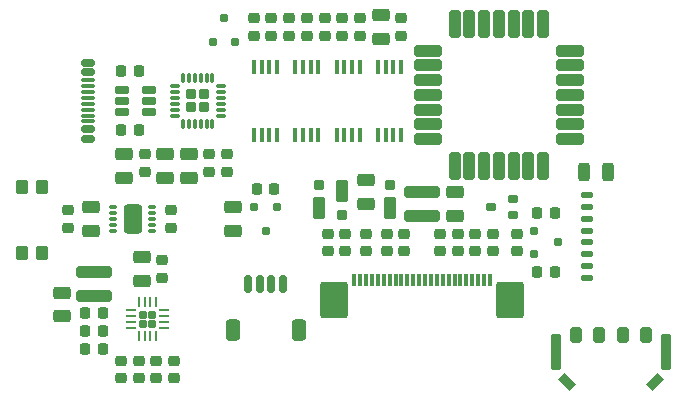
<source format=gbr>
%TF.GenerationSoftware,KiCad,Pcbnew,8.0.8+1*%
%TF.CreationDate,Date%
%TF.ProjectId,LoRa-V3-PCB,4c6f5261-2d56-4332-9d50-43422e6b6963,rev?*%
%TF.SameCoordinates,Original*%
%TF.FileFunction,Paste,Top*%
%TF.FilePolarity,Positive*%
%FSLAX46Y46*%
G04 Gerber Fmt 4.6, Leading zero omitted, Abs format (unit mm)*
G04 Created by KiCad*
%MOMM*%
%LPD*%
G01*
G04 APERTURE LIST*
G04 Aperture macros list*
%AMRoundRect*
0 Rectangle with rounded corners*
0 $1 Rounding radius*
0 $2 $3 $4 $5 $6 $7 $8 $9 X,Y pos of 4 corners*
0 Add a 4 corners polygon primitive as box body*
4,1,4,$2,$3,$4,$5,$6,$7,$8,$9,$2,$3,0*
0 Add four circle primitives for the rounded corners*
1,1,$1+$1,$2,$3*
1,1,$1+$1,$4,$5*
1,1,$1+$1,$6,$7*
1,1,$1+$1,$8,$9*
0 Add four rect primitives between the rounded corners*
20,1,$1+$1,$2,$3,$4,$5,0*
20,1,$1+$1,$4,$5,$6,$7,0*
20,1,$1+$1,$6,$7,$8,$9,0*
20,1,$1+$1,$8,$9,$2,$3,0*%
G04 Aperture macros list end*
%ADD10RoundRect,0.070000X0.105000X-0.530000X0.105000X0.530000X-0.105000X0.530000X-0.105000X-0.530000X0*%
%ADD11RoundRect,0.200000X-0.300000X0.400000X-0.300000X-0.400000X0.300000X-0.400000X0.300000X0.400000X0*%
%ADD12RoundRect,0.200000X0.550000X-0.300000X0.550000X0.300000X-0.550000X0.300000X-0.550000X-0.300000X0*%
%ADD13RoundRect,0.220000X-0.220000X-0.270000X0.220000X-0.270000X0.220000X0.270000X-0.220000X0.270000X0*%
%ADD14RoundRect,0.220000X0.220000X0.270000X-0.220000X0.270000X-0.220000X-0.270000X0.220000X-0.270000X0*%
%ADD15RoundRect,0.220000X-0.270000X0.220000X-0.270000X-0.220000X0.270000X-0.220000X0.270000X0.220000X0*%
%ADD16RoundRect,0.120000X-0.180000X-0.255000X0.180000X-0.255000X0.180000X0.255000X-0.180000X0.255000X0*%
%ADD17RoundRect,0.220000X0.270000X-0.220000X0.270000X0.220000X-0.270000X0.220000X-0.270000X-0.220000X0*%
%ADD18RoundRect,0.120000X0.180000X0.255000X-0.180000X0.255000X-0.180000X-0.255000X0.180000X-0.255000X0*%
%ADD19RoundRect,0.200000X-0.550000X0.300000X-0.550000X-0.300000X0.550000X-0.300000X0.550000X0.300000X0*%
%ADD20RoundRect,0.200000X-1.300000X0.300000X-1.300000X-0.300000X1.300000X-0.300000X1.300000X0.300000X0*%
%ADD21RoundRect,0.172500X-0.172500X-0.172500X0.172500X-0.172500X0.172500X0.172500X-0.172500X0.172500X0*%
%ADD22RoundRect,0.062500X-0.375000X-0.062500X0.375000X-0.062500X0.375000X0.062500X-0.375000X0.062500X0*%
%ADD23RoundRect,0.062500X-0.062500X-0.375000X0.062500X-0.375000X0.062500X0.375000X-0.062500X0.375000X0*%
%ADD24RoundRect,0.120000X0.480000X0.180000X-0.480000X0.180000X-0.480000X-0.180000X0.480000X-0.180000X0*%
%ADD25RoundRect,0.060000X-0.265000X0.090000X-0.265000X-0.090000X0.265000X-0.090000X0.265000X0.090000X0*%
%ADD26RoundRect,0.310000X-0.465000X0.930000X-0.465000X-0.930000X0.465000X-0.930000X0.465000X0.930000X0*%
%ADD27RoundRect,0.132000X0.298000X-0.198000X0.298000X0.198000X-0.298000X0.198000X-0.298000X-0.198000X0*%
%ADD28RoundRect,0.165000X0.385000X-0.735000X0.385000X0.735000X-0.385000X0.735000X-0.385000X-0.735000X0*%
%ADD29RoundRect,0.120000X0.280000X-0.280000X0.280000X0.280000X-0.280000X0.280000X-0.280000X-0.280000X0*%
%ADD30RoundRect,0.200000X1.300000X-0.300000X1.300000X0.300000X-1.300000X0.300000X-1.300000X-0.300000X0*%
%ADD31RoundRect,0.217500X-0.217500X-0.217500X0.217500X-0.217500X0.217500X0.217500X-0.217500X0.217500X0*%
%ADD32RoundRect,0.060000X-0.365000X-0.090000X0.365000X-0.090000X0.365000X0.090000X-0.365000X0.090000X0*%
%ADD33RoundRect,0.060000X-0.090000X-0.365000X0.090000X-0.365000X0.090000X0.365000X-0.090000X0.365000X0*%
%ADD34RoundRect,0.150000X0.350000X0.500000X-0.350000X0.500000X-0.350000X-0.500000X0.350000X-0.500000X0*%
%ADD35RoundRect,0.127500X0.297500X1.372500X-0.297500X1.372500X-0.297500X-1.372500X0.297500X-1.372500X0*%
%ADD36RoundRect,0.120000X0.608112X0.212132X0.212132X0.608112X-0.608112X-0.212132X-0.212132X-0.608112X0*%
%ADD37RoundRect,0.120000X-0.212132X0.608112X-0.608112X0.212132X0.212132X-0.608112X0.608112X-0.212132X0*%
%ADD38RoundRect,0.120000X-0.255000X0.180000X-0.255000X-0.180000X0.255000X-0.180000X0.255000X0.180000X0*%
%ADD39RoundRect,0.200000X-0.300000X-0.550000X0.300000X-0.550000X0.300000X0.550000X-0.300000X0.550000X0*%
%ADD40RoundRect,0.150000X-0.150000X-0.625000X0.150000X-0.625000X0.150000X0.625000X-0.150000X0.625000X0*%
%ADD41RoundRect,0.250000X-0.350000X-0.650000X0.350000X-0.650000X0.350000X0.650000X-0.350000X0.650000X0*%
%ADD42RoundRect,0.230000X-0.920000X-1.320000X0.920000X-1.320000X0.920000X1.320000X-0.920000X1.320000X0*%
%ADD43RoundRect,0.060000X-0.090000X-0.490000X0.090000X-0.490000X0.090000X0.490000X-0.090000X0.490000X0*%
%ADD44RoundRect,0.165000X-0.385000X0.735000X-0.385000X-0.735000X0.385000X-0.735000X0.385000X0.735000X0*%
%ADD45RoundRect,0.120000X-0.280000X0.280000X-0.280000X-0.280000X0.280000X-0.280000X0.280000X0.280000X0*%
%ADD46RoundRect,0.120000X-0.455000X0.180000X-0.455000X-0.180000X0.455000X-0.180000X0.455000X0.180000X0*%
%ADD47RoundRect,0.075000X-0.500000X0.075000X-0.500000X-0.075000X0.500000X-0.075000X0.500000X0.075000X0*%
%ADD48RoundRect,0.125000X0.425000X-0.125000X0.425000X0.125000X-0.425000X0.125000X-0.425000X-0.125000X0*%
%ADD49RoundRect,0.200000X0.950000X-0.300000X0.950000X0.300000X-0.950000X0.300000X-0.950000X-0.300000X0*%
%ADD50RoundRect,0.200000X0.300000X0.950000X-0.300000X0.950000X-0.300000X-0.950000X0.300000X-0.950000X0*%
%ADD51RoundRect,0.200000X-0.950000X0.300000X-0.950000X-0.300000X0.950000X-0.300000X0.950000X0.300000X0*%
%ADD52RoundRect,0.200000X-0.300000X-0.950000X0.300000X-0.950000X0.300000X0.950000X-0.300000X0.950000X0*%
G04 APERTURE END LIST*
D10*
%TO.C,IC9*%
X141525000Y-99900000D03*
X142175000Y-99900000D03*
X142825000Y-99900000D03*
X143475000Y-99900000D03*
X143475000Y-94100000D03*
X142825000Y-94100000D03*
X142175000Y-94100000D03*
X141525000Y-94100000D03*
%TD*%
D11*
%TO.C,SW1*%
X116600000Y-109900000D03*
X114900000Y-109900000D03*
X116600000Y-104300000D03*
X114900000Y-104300000D03*
%TD*%
D12*
%TO.C,C15*%
X144000000Y-105750000D03*
X144000000Y-103750000D03*
%TD*%
D13*
%TO.C,R19*%
X120250000Y-116500000D03*
X121750000Y-116500000D03*
%TD*%
D12*
%TO.C,C25*%
X132750000Y-108000000D03*
X132750000Y-106000000D03*
%TD*%
D14*
%TO.C,C9*%
X121750000Y-118000000D03*
X120250000Y-118000000D03*
%TD*%
D15*
%TO.C,R10*%
X139000000Y-90000000D03*
X139000000Y-91500000D03*
%TD*%
D16*
%TO.C,Q4*%
X131050000Y-92000000D03*
X132950000Y-92000000D03*
X132000000Y-90000000D03*
%TD*%
D17*
%TO.C,R14*%
X126250000Y-120500000D03*
X126250000Y-119000000D03*
%TD*%
D18*
%TO.C,Q3*%
X136450000Y-106000000D03*
X134550000Y-106000000D03*
X135500000Y-108000000D03*
%TD*%
D17*
%TO.C,R5*%
X127500000Y-107750000D03*
X127500000Y-106250000D03*
%TD*%
D15*
%TO.C,C32*%
X145750000Y-108250000D03*
X145750000Y-109750000D03*
%TD*%
%TO.C,C35*%
X147250000Y-108250000D03*
X147250000Y-109750000D03*
%TD*%
D17*
%TO.C,R13*%
X130750000Y-103000000D03*
X130750000Y-101500000D03*
%TD*%
D19*
%TO.C,C14*%
X127000000Y-101500000D03*
X127000000Y-103500000D03*
%TD*%
D14*
%TO.C,R7*%
X124750000Y-94500000D03*
X123250000Y-94500000D03*
%TD*%
D20*
%TO.C,L1*%
X148750000Y-104750000D03*
X148750000Y-106750000D03*
%TD*%
D17*
%TO.C,C6*%
X136000000Y-91500000D03*
X136000000Y-90000000D03*
%TD*%
D13*
%TO.C,R2*%
X120250000Y-115000000D03*
X121750000Y-115000000D03*
%TD*%
D10*
%TO.C,IC11*%
X134525000Y-99900000D03*
X135175000Y-99900000D03*
X135825000Y-99900000D03*
X136475000Y-99900000D03*
X136475000Y-94100000D03*
X135825000Y-94100000D03*
X135175000Y-94100000D03*
X134525000Y-94100000D03*
%TD*%
D21*
%TO.C,IC4*%
X125100000Y-115100000D03*
X125100000Y-115900000D03*
X125900000Y-115100000D03*
X125900000Y-115900000D03*
D22*
X124062500Y-114750000D03*
X124062500Y-115250000D03*
X124062500Y-115750000D03*
X124062500Y-116250000D03*
D23*
X124750000Y-116937500D03*
X125250000Y-116937500D03*
X125750000Y-116937500D03*
X126250000Y-116937500D03*
D22*
X126937500Y-116250000D03*
X126937500Y-115750000D03*
X126937500Y-115250000D03*
X126937500Y-114750000D03*
D23*
X126250000Y-114062500D03*
X125750000Y-114062500D03*
X125250000Y-114062500D03*
X124750000Y-114062500D03*
%TD*%
D24*
%TO.C,IC3*%
X125650000Y-97950000D03*
X125650000Y-97000000D03*
X125650000Y-96050000D03*
X123350000Y-96050000D03*
X123350000Y-97000000D03*
X123350000Y-97950000D03*
%TD*%
D15*
%TO.C,C31*%
X151750000Y-108250000D03*
X151750000Y-109750000D03*
%TD*%
D25*
%TO.C,IC12*%
X122600000Y-106000000D03*
X122600000Y-106500000D03*
X122600000Y-107000000D03*
X122600000Y-107500000D03*
X122600000Y-108000000D03*
X125900000Y-108000000D03*
X125900000Y-107500000D03*
X125900000Y-107000000D03*
X125900000Y-106500000D03*
X125900000Y-106000000D03*
D26*
X124250000Y-107000000D03*
%TD*%
D15*
%TO.C,R21*%
X123250000Y-119000000D03*
X123250000Y-120500000D03*
%TD*%
D27*
%TO.C,Q1*%
X156425000Y-106650000D03*
X156425000Y-105350000D03*
X154575000Y-106000000D03*
%TD*%
D17*
%TO.C,R3*%
X125250000Y-103000000D03*
X125250000Y-101500000D03*
%TD*%
D28*
%TO.C,D3*%
X140000000Y-106100000D03*
D29*
X140000000Y-104100000D03*
%TD*%
D30*
%TO.C,L2*%
X121000000Y-113500000D03*
X121000000Y-111500000D03*
%TD*%
D12*
%TO.C,C26*%
X145250000Y-91750000D03*
X145250000Y-89750000D03*
%TD*%
D10*
%TO.C,IC10*%
X138025000Y-99900000D03*
X138675000Y-99900000D03*
X139325000Y-99900000D03*
X139975000Y-99900000D03*
X139975000Y-94100000D03*
X139325000Y-94100000D03*
X138675000Y-94100000D03*
X138025000Y-94100000D03*
%TD*%
%TO.C,IC8*%
X145025000Y-99900000D03*
X145675000Y-99900000D03*
X146325000Y-99900000D03*
X146975000Y-99900000D03*
X146975000Y-94100000D03*
X146325000Y-94100000D03*
X145675000Y-94100000D03*
X145025000Y-94100000D03*
%TD*%
D14*
%TO.C,R23*%
X160000000Y-111500000D03*
X158500000Y-111500000D03*
%TD*%
D15*
%TO.C,C2*%
X118750000Y-106250000D03*
X118750000Y-107750000D03*
%TD*%
D17*
%TO.C,C10*%
X126750000Y-112000000D03*
X126750000Y-110500000D03*
%TD*%
D15*
%TO.C,C36*%
X144000000Y-108250000D03*
X144000000Y-109750000D03*
%TD*%
D31*
%TO.C,IC2*%
X129210000Y-96460000D03*
X129210000Y-97540000D03*
X130290000Y-96460000D03*
X130290000Y-97540000D03*
D32*
X127800000Y-95750000D03*
X127800000Y-96250000D03*
X127800000Y-96750000D03*
X127800000Y-97250000D03*
X127800000Y-97750000D03*
X127800000Y-98250000D03*
D33*
X128500000Y-98950000D03*
X129000000Y-98950000D03*
X129500000Y-98950000D03*
X130000000Y-98950000D03*
X130500000Y-98950000D03*
X131000000Y-98950000D03*
D32*
X131700000Y-98250000D03*
X131700000Y-97750000D03*
X131700000Y-97250000D03*
X131700000Y-96750000D03*
X131700000Y-96250000D03*
X131700000Y-95750000D03*
D33*
X131000000Y-95050000D03*
X130500000Y-95050000D03*
X130000000Y-95050000D03*
X129500000Y-95050000D03*
X129000000Y-95050000D03*
X128500000Y-95050000D03*
%TD*%
D34*
%TO.C,SW2*%
X167750000Y-116800000D03*
X161750000Y-116800000D03*
X165750000Y-116800000D03*
D35*
X169425000Y-118250000D03*
D36*
X168500000Y-120800000D03*
D37*
X161000000Y-120800000D03*
D35*
X160075000Y-118250000D03*
D34*
X163750000Y-116800000D03*
%TD*%
D15*
%TO.C,R20*%
X124750000Y-119000000D03*
X124750000Y-120500000D03*
%TD*%
D38*
%TO.C,Q2*%
X158250000Y-108050000D03*
X158250000Y-109950000D03*
X160250000Y-109000000D03*
%TD*%
D28*
%TO.C,D2*%
X146000000Y-106100000D03*
D29*
X146000000Y-104100000D03*
%TD*%
D39*
%TO.C,C27*%
X162500000Y-103000000D03*
X164500000Y-103000000D03*
%TD*%
D40*
%TO.C,CONN3*%
X134000000Y-112500000D03*
X135000000Y-112500000D03*
X136000000Y-112500000D03*
X137000000Y-112500000D03*
D41*
X132700000Y-116375000D03*
X138300000Y-116375000D03*
%TD*%
D17*
%TO.C,C1*%
X147000000Y-91500000D03*
X147000000Y-90000000D03*
%TD*%
D15*
%TO.C,C34*%
X150250000Y-108250000D03*
X150250000Y-109750000D03*
%TD*%
%TO.C,C33*%
X142250000Y-108250000D03*
X142250000Y-109750000D03*
%TD*%
%TO.C,R9*%
X140500000Y-90000000D03*
X140500000Y-91500000D03*
%TD*%
D17*
%TO.C,C8*%
X143500000Y-91500000D03*
X143500000Y-90000000D03*
%TD*%
D19*
%TO.C,C13*%
X129000000Y-101500000D03*
X129000000Y-103500000D03*
%TD*%
D12*
%TO.C,C11*%
X123500000Y-103500000D03*
X123500000Y-101500000D03*
%TD*%
D15*
%TO.C,C37*%
X140750000Y-108250000D03*
X140750000Y-109750000D03*
%TD*%
D14*
%TO.C,R18*%
X136250000Y-104500000D03*
X134750000Y-104500000D03*
%TD*%
%TO.C,R6*%
X124750000Y-99500000D03*
X123250000Y-99500000D03*
%TD*%
D42*
%TO.C,CONN6*%
X141330000Y-113850000D03*
X156170000Y-113850000D03*
D43*
X154500000Y-112150000D03*
X154000000Y-112150000D03*
X153500000Y-112150000D03*
X153000000Y-112150000D03*
X152500000Y-112150000D03*
X152000000Y-112150000D03*
X151500000Y-112150000D03*
X151000000Y-112150000D03*
X150500000Y-112150000D03*
X150000000Y-112150000D03*
X149500000Y-112150000D03*
X149000000Y-112150000D03*
X148500000Y-112150000D03*
X148000000Y-112150000D03*
X147500000Y-112150000D03*
X147000000Y-112150000D03*
X146500000Y-112150000D03*
X146000000Y-112150000D03*
X145500000Y-112150000D03*
X145000000Y-112150000D03*
X144500000Y-112150000D03*
X144000000Y-112150000D03*
X143500000Y-112150000D03*
X143000000Y-112150000D03*
%TD*%
D44*
%TO.C,D1*%
X142000000Y-104650000D03*
D45*
X142000000Y-106650000D03*
%TD*%
D12*
%TO.C,C18*%
X151500000Y-106750000D03*
X151500000Y-104750000D03*
%TD*%
D17*
%TO.C,C5*%
X142000000Y-91500000D03*
X142000000Y-90000000D03*
%TD*%
D46*
%TO.C,CONN1*%
X120505000Y-93800000D03*
X120505000Y-94600000D03*
D47*
X120505000Y-95750000D03*
X120505000Y-96750000D03*
X120505000Y-97250000D03*
X120505000Y-98250000D03*
D46*
X120505000Y-100200000D03*
X120505000Y-99400000D03*
D47*
X120505000Y-98750000D03*
X120505000Y-97750000D03*
X120505000Y-96250000D03*
X120505000Y-95250000D03*
%TD*%
D15*
%TO.C,R8*%
X137500000Y-90000000D03*
X137500000Y-91500000D03*
%TD*%
D17*
%TO.C,R11*%
X127750000Y-120500000D03*
X127750000Y-119000000D03*
%TD*%
D48*
%TO.C,CONN7*%
X162750000Y-112000000D03*
X162750000Y-111000000D03*
X162750000Y-110000000D03*
X162750000Y-109000000D03*
X162750000Y-108000000D03*
X162750000Y-107000000D03*
X162750000Y-106000000D03*
X162750000Y-105000000D03*
%TD*%
D15*
%TO.C,C30*%
X153250000Y-108250000D03*
X153250000Y-109750000D03*
%TD*%
D17*
%TO.C,C7*%
X134500000Y-91500000D03*
X134500000Y-90000000D03*
%TD*%
D19*
%TO.C,C17*%
X118250000Y-113250000D03*
X118250000Y-115250000D03*
%TD*%
D49*
%TO.C,IC1*%
X149250000Y-92750000D03*
X149250000Y-94000000D03*
X149250000Y-95250000D03*
X149250000Y-96500000D03*
X149250000Y-97750000D03*
X149250000Y-99000000D03*
X149250000Y-100250000D03*
D50*
X151500000Y-102500000D03*
X152750000Y-102500000D03*
X154000000Y-102500000D03*
X155250000Y-102500000D03*
X156500000Y-102500000D03*
X157750000Y-102500000D03*
X159000000Y-102500000D03*
D51*
X161250000Y-100250000D03*
X161250000Y-99000000D03*
X161250000Y-97750000D03*
X161250000Y-96500000D03*
X161250000Y-95250000D03*
X161250000Y-94000000D03*
X161250000Y-92750000D03*
D52*
X159000000Y-90500000D03*
X157750000Y-90500000D03*
X156500000Y-90500000D03*
X155250000Y-90500000D03*
X154000000Y-90500000D03*
X152750000Y-90500000D03*
X151500000Y-90500000D03*
%TD*%
D12*
%TO.C,C16*%
X125000000Y-112250000D03*
X125000000Y-110250000D03*
%TD*%
D13*
%TO.C,R17*%
X158500000Y-106500000D03*
X160000000Y-106500000D03*
%TD*%
D17*
%TO.C,R1*%
X154750000Y-109750000D03*
X154750000Y-108250000D03*
%TD*%
D12*
%TO.C,C12*%
X120750000Y-108000000D03*
X120750000Y-106000000D03*
%TD*%
D15*
%TO.C,R15*%
X132250000Y-101500000D03*
X132250000Y-103000000D03*
%TD*%
D17*
%TO.C,R12*%
X156750000Y-109750000D03*
X156750000Y-108250000D03*
%TD*%
M02*

</source>
